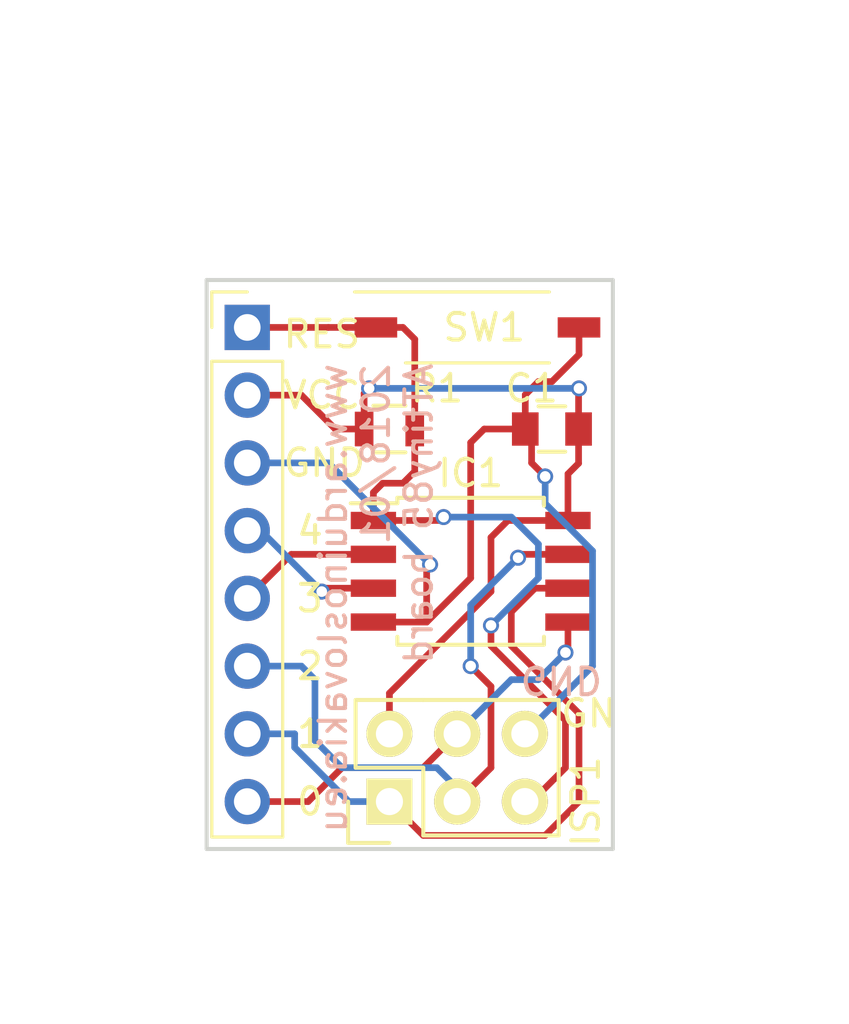
<source format=kicad_pcb>
(kicad_pcb (version 4) (host pcbnew 4.0.6)

  (general
    (links 20)
    (no_connects 0)
    (area 131.750999 97.968999 147.141001 119.455001)
    (thickness 1.6)
    (drawings 17)
    (tracks 113)
    (zones 0)
    (modules 6)
    (nets 9)
  )

  (page A4)
  (layers
    (0 F.Cu signal)
    (31 B.Cu signal)
    (32 B.Adhes user)
    (33 F.Adhes user)
    (34 B.Paste user)
    (35 F.Paste user)
    (36 B.SilkS user)
    (37 F.SilkS user)
    (38 B.Mask user)
    (39 F.Mask user)
    (40 Dwgs.User user)
    (41 Cmts.User user)
    (42 Eco1.User user)
    (43 Eco2.User user)
    (44 Edge.Cuts user)
    (45 Margin user)
    (46 B.CrtYd user)
    (47 F.CrtYd user)
    (48 B.Fab user)
    (49 F.Fab user)
  )

  (setup
    (last_trace_width 0.25)
    (trace_clearance 0.2)
    (zone_clearance 0.508)
    (zone_45_only yes)
    (trace_min 0.2)
    (segment_width 0.2)
    (edge_width 0.15)
    (via_size 0.6)
    (via_drill 0.4)
    (via_min_size 0.4)
    (via_min_drill 0.3)
    (uvia_size 0.3)
    (uvia_drill 0.1)
    (uvias_allowed no)
    (uvia_min_size 0.2)
    (uvia_min_drill 0.1)
    (pcb_text_width 0.3)
    (pcb_text_size 1.5 1.5)
    (mod_edge_width 0.15)
    (mod_text_size 1 1)
    (mod_text_width 0.15)
    (pad_size 1.524 1.524)
    (pad_drill 0.762)
    (pad_to_mask_clearance 0.2)
    (aux_axis_origin 0 0)
    (visible_elements 7FFFFFFF)
    (pcbplotparams
      (layerselection 0x00030_80000001)
      (usegerberextensions false)
      (excludeedgelayer true)
      (linewidth 0.100000)
      (plotframeref false)
      (viasonmask false)
      (mode 1)
      (useauxorigin false)
      (hpglpennumber 1)
      (hpglpenspeed 20)
      (hpglpendiameter 15)
      (hpglpenoverlay 2)
      (psnegative false)
      (psa4output false)
      (plotreference true)
      (plotvalue true)
      (plotinvisibletext false)
      (padsonsilk false)
      (subtractmaskfromsilk false)
      (outputformat 1)
      (mirror false)
      (drillshape 1)
      (scaleselection 1)
      (outputdirectory ""))
  )

  (net 0 "")
  (net 1 VCC)
  (net 2 GND)
  (net 3 "Net-(IC1-Pad1)")
  (net 4 "Net-(IC1-Pad2)")
  (net 5 "Net-(IC1-Pad3)")
  (net 6 "Net-(IC1-Pad5)")
  (net 7 "Net-(IC1-Pad6)")
  (net 8 "Net-(IC1-Pad7)")

  (net_class Default "This is the default net class."
    (clearance 0.2)
    (trace_width 0.25)
    (via_dia 0.6)
    (via_drill 0.4)
    (uvia_dia 0.3)
    (uvia_drill 0.1)
    (add_net GND)
    (add_net "Net-(IC1-Pad1)")
    (add_net "Net-(IC1-Pad2)")
    (add_net "Net-(IC1-Pad3)")
    (add_net "Net-(IC1-Pad5)")
    (add_net "Net-(IC1-Pad6)")
    (add_net "Net-(IC1-Pad7)")
    (add_net VCC)
  )

  (module Resistors_SMD:R_0805 (layer F.Cu) (tedit 5A6ABFB7) (tstamp 57FE8B91)
    (at 138.684 103.632 180)
    (descr "Resistor SMD 0805, reflow soldering, Vishay (see dcrcw.pdf)")
    (tags "resistor 0805")
    (path /57FE8849)
    (attr smd)
    (fp_text reference R1 (at -1.778 1.524 180) (layer F.SilkS)
      (effects (font (size 1 1) (thickness 0.15)))
    )
    (fp_text value 10k (at 0.254 15.24 180) (layer F.Fab)
      (effects (font (size 1 1) (thickness 0.15)))
    )
    (fp_line (start -1.6 -1) (end 1.6 -1) (layer F.CrtYd) (width 0.05))
    (fp_line (start -1.6 1) (end 1.6 1) (layer F.CrtYd) (width 0.05))
    (fp_line (start -1.6 -1) (end -1.6 1) (layer F.CrtYd) (width 0.05))
    (fp_line (start 1.6 -1) (end 1.6 1) (layer F.CrtYd) (width 0.05))
    (fp_line (start 0.6 0.875) (end -0.6 0.875) (layer F.SilkS) (width 0.15))
    (fp_line (start -0.6 -0.875) (end 0.6 -0.875) (layer F.SilkS) (width 0.15))
    (pad 1 smd rect (at -0.95 0 180) (size 0.7 1.3) (layers F.Cu F.Paste F.Mask)
      (net 3 "Net-(IC1-Pad1)"))
    (pad 2 smd rect (at 0.95 0 180) (size 0.7 1.3) (layers F.Cu F.Paste F.Mask)
      (net 1 VCC))
    (model Resistors_SMD.3dshapes/R_0805.wrl
      (at (xyz 0 0 0))
      (scale (xyz 1 1 1))
      (rotate (xyz 0 0 0))
    )
  )

  (module Capacitors_SMD:C_0805 (layer F.Cu) (tedit 5A6A3DF7) (tstamp 57FE8B3D)
    (at 144.78 103.632 180)
    (descr "Capacitor SMD 0805, reflow soldering, AVX (see smccp.pdf)")
    (tags "capacitor 0805")
    (path /57FE87BA)
    (attr smd)
    (fp_text reference C1 (at 0.762 1.524 180) (layer F.SilkS)
      (effects (font (size 1 1) (thickness 0.15)))
    )
    (fp_text value 0.1u (at -2.54 15.24 180) (layer F.Fab)
      (effects (font (size 1 1) (thickness 0.15)))
    )
    (fp_line (start -1 0.625) (end -1 -0.625) (layer F.Fab) (width 0.15))
    (fp_line (start 1 0.625) (end -1 0.625) (layer F.Fab) (width 0.15))
    (fp_line (start 1 -0.625) (end 1 0.625) (layer F.Fab) (width 0.15))
    (fp_line (start -1 -0.625) (end 1 -0.625) (layer F.Fab) (width 0.15))
    (fp_line (start -1.8 -1) (end 1.8 -1) (layer F.CrtYd) (width 0.05))
    (fp_line (start -1.8 1) (end 1.8 1) (layer F.CrtYd) (width 0.05))
    (fp_line (start -1.8 -1) (end -1.8 1) (layer F.CrtYd) (width 0.05))
    (fp_line (start 1.8 -1) (end 1.8 1) (layer F.CrtYd) (width 0.05))
    (fp_line (start 0.5 -0.85) (end -0.5 -0.85) (layer F.SilkS) (width 0.15))
    (fp_line (start -0.5 0.85) (end 0.5 0.85) (layer F.SilkS) (width 0.15))
    (pad 1 smd rect (at -1 0 180) (size 1 1.25) (layers F.Cu F.Paste F.Mask)
      (net 1 VCC))
    (pad 2 smd rect (at 1 0 180) (size 1 1.25) (layers F.Cu F.Paste F.Mask)
      (net 2 GND))
    (model Capacitors_SMD.3dshapes/C_0805.wrl
      (at (xyz 0 0 0))
      (scale (xyz 1 1 1))
      (rotate (xyz 0 0 0))
    )
  )

  (module Housings_SOIC:SOIJ-8_5.3x5.3mm_Pitch1.27mm (layer F.Cu) (tedit 5A6AC00A) (tstamp 57FE8B59)
    (at 141.732 108.966)
    (descr "8-Lead Plastic Small Outline (SM) - Medium, 5.28 mm Body [SOIC] (see Microchip Packaging Specification 00000049BS.pdf)")
    (tags "SOIC 1.27")
    (path /57FE86FF)
    (attr smd)
    (fp_text reference IC1 (at 0 -3.68) (layer F.SilkS)
      (effects (font (size 1 1) (thickness 0.15)))
    )
    (fp_text value ATTINY85-S (at -0.762 -12.446) (layer F.Fab)
      (effects (font (size 1 1) (thickness 0.15)))
    )
    (fp_line (start -1.65 -2.65) (end 2.65 -2.65) (layer F.Fab) (width 0.15))
    (fp_line (start 2.65 -2.65) (end 2.65 2.65) (layer F.Fab) (width 0.15))
    (fp_line (start 2.65 2.65) (end -2.65 2.65) (layer F.Fab) (width 0.15))
    (fp_line (start -2.65 2.65) (end -2.65 -1.65) (layer F.Fab) (width 0.15))
    (fp_line (start -2.65 -1.65) (end -1.65 -2.65) (layer F.Fab) (width 0.15))
    (fp_line (start -4.75 -2.95) (end -4.75 2.95) (layer F.CrtYd) (width 0.05))
    (fp_line (start 4.75 -2.95) (end 4.75 2.95) (layer F.CrtYd) (width 0.05))
    (fp_line (start -4.75 -2.95) (end 4.75 -2.95) (layer F.CrtYd) (width 0.05))
    (fp_line (start -4.75 2.95) (end 4.75 2.95) (layer F.CrtYd) (width 0.05))
    (fp_line (start -2.75 -2.755) (end -2.75 -2.55) (layer F.SilkS) (width 0.15))
    (fp_line (start 2.75 -2.755) (end 2.75 -2.455) (layer F.SilkS) (width 0.15))
    (fp_line (start 2.75 2.755) (end 2.75 2.455) (layer F.SilkS) (width 0.15))
    (fp_line (start -2.75 2.755) (end -2.75 2.455) (layer F.SilkS) (width 0.15))
    (fp_line (start -2.75 -2.755) (end 2.75 -2.755) (layer F.SilkS) (width 0.15))
    (fp_line (start -2.75 2.755) (end 2.75 2.755) (layer F.SilkS) (width 0.15))
    (fp_line (start -2.75 -2.55) (end -4.5 -2.55) (layer F.SilkS) (width 0.15))
    (pad 1 smd rect (at -3.65 -1.905) (size 1.7 0.65) (layers F.Cu F.Paste F.Mask)
      (net 3 "Net-(IC1-Pad1)"))
    (pad 2 smd rect (at -3.65 -0.635) (size 1.7 0.65) (layers F.Cu F.Paste F.Mask)
      (net 4 "Net-(IC1-Pad2)"))
    (pad 3 smd rect (at -3.65 0.635) (size 1.7 0.65) (layers F.Cu F.Paste F.Mask)
      (net 5 "Net-(IC1-Pad3)"))
    (pad 4 smd rect (at -3.65 1.905) (size 1.7 0.65) (layers F.Cu F.Paste F.Mask)
      (net 2 GND))
    (pad 5 smd rect (at 3.65 1.905) (size 1.7 0.65) (layers F.Cu F.Paste F.Mask)
      (net 6 "Net-(IC1-Pad5)"))
    (pad 6 smd rect (at 3.65 0.635) (size 1.7 0.65) (layers F.Cu F.Paste F.Mask)
      (net 7 "Net-(IC1-Pad6)"))
    (pad 7 smd rect (at 3.65 -0.635) (size 1.7 0.65) (layers F.Cu F.Paste F.Mask)
      (net 8 "Net-(IC1-Pad7)"))
    (pad 8 smd rect (at 3.65 -1.905) (size 1.7 0.65) (layers F.Cu F.Paste F.Mask)
      (net 1 VCC))
    (model Housings_SOIC.3dshapes/SOIJ-8_5.3x5.3mm_Pitch1.27mm.wrl
      (at (xyz 0 0 0))
      (scale (xyz 1 1 1))
      (rotate (xyz 0 0 0))
    )
  )

  (module Pin_Headers:Pin_Header_Straight_2x03 (layer F.Cu) (tedit 57FE94F2) (tstamp 57FE8B70)
    (at 138.684 117.602 90)
    (descr "Through hole pin header")
    (tags "pin header")
    (path /57FE891D)
    (fp_text reference ISP1 (at 0 7.366 90) (layer F.SilkS)
      (effects (font (size 1 1) (thickness 0.15)))
    )
    (fp_text value ISP (at -3.81 -0.762 90) (layer F.Fab)
      (effects (font (size 1 1) (thickness 0.15)))
    )
    (fp_line (start -1.27 1.27) (end -1.27 6.35) (layer F.SilkS) (width 0.15))
    (fp_line (start -1.55 -1.55) (end 0 -1.55) (layer F.SilkS) (width 0.15))
    (fp_line (start -1.75 -1.75) (end -1.75 6.85) (layer F.CrtYd) (width 0.05))
    (fp_line (start 4.3 -1.75) (end 4.3 6.85) (layer F.CrtYd) (width 0.05))
    (fp_line (start -1.75 -1.75) (end 4.3 -1.75) (layer F.CrtYd) (width 0.05))
    (fp_line (start -1.75 6.85) (end 4.3 6.85) (layer F.CrtYd) (width 0.05))
    (fp_line (start 1.27 -1.27) (end 1.27 1.27) (layer F.SilkS) (width 0.15))
    (fp_line (start 1.27 1.27) (end -1.27 1.27) (layer F.SilkS) (width 0.15))
    (fp_line (start -1.27 6.35) (end 3.81 6.35) (layer F.SilkS) (width 0.15))
    (fp_line (start 3.81 6.35) (end 3.81 1.27) (layer F.SilkS) (width 0.15))
    (fp_line (start -1.55 -1.55) (end -1.55 0) (layer F.SilkS) (width 0.15))
    (fp_line (start 3.81 -1.27) (end 1.27 -1.27) (layer F.SilkS) (width 0.15))
    (fp_line (start 3.81 1.27) (end 3.81 -1.27) (layer F.SilkS) (width 0.15))
    (pad 1 thru_hole rect (at 0 0 90) (size 1.7272 1.7272) (drill 1.016) (layers *.Cu *.Mask F.SilkS)
      (net 7 "Net-(IC1-Pad6)"))
    (pad 2 thru_hole oval (at 2.54 0 90) (size 1.7272 1.7272) (drill 1.016) (layers *.Cu *.Mask F.SilkS)
      (net 1 VCC))
    (pad 3 thru_hole oval (at 0 2.54 90) (size 1.7272 1.7272) (drill 1.016) (layers *.Cu *.Mask F.SilkS)
      (net 8 "Net-(IC1-Pad7)"))
    (pad 4 thru_hole oval (at 2.54 2.54 90) (size 1.7272 1.7272) (drill 1.016) (layers *.Cu *.Mask F.SilkS)
      (net 6 "Net-(IC1-Pad5)"))
    (pad 5 thru_hole oval (at 0 5.08 90) (size 1.7272 1.7272) (drill 1.016) (layers *.Cu *.Mask F.SilkS)
      (net 3 "Net-(IC1-Pad1)"))
    (pad 6 thru_hole oval (at 2.54 5.08 90) (size 1.7272 1.7272) (drill 1.016) (layers *.Cu *.Mask F.SilkS)
      (net 2 GND))
    (model Pin_Headers.3dshapes/Pin_Header_Straight_2x03.wrl
      (at (xyz 0.05 -0.1 0))
      (scale (xyz 1 1 1))
      (rotate (xyz 0 0 90))
    )
  )

  (module Pin_Headers:Pin_Header_Straight_1x08_Pitch2.54mm (layer F.Cu) (tedit 5A6A3F3D) (tstamp 5A6A3D02)
    (at 133.35 99.822)
    (descr "Through hole straight pin header, 1x08, 2.54mm pitch, single row")
    (tags "Through hole pin header THT 1x08 2.54mm single row")
    (path /5A6A3BBB)
    (fp_text reference J1 (at -1.016 -4.318) (layer F.SilkS) hide
      (effects (font (size 1 1) (thickness 0.15)))
    )
    (fp_text value CONN_01X08 (at -4.318 22.86) (layer F.Fab)
      (effects (font (size 1 1) (thickness 0.15)))
    )
    (fp_line (start -0.635 -1.27) (end 1.27 -1.27) (layer F.Fab) (width 0.1))
    (fp_line (start 1.27 -1.27) (end 1.27 19.05) (layer F.Fab) (width 0.1))
    (fp_line (start 1.27 19.05) (end -1.27 19.05) (layer F.Fab) (width 0.1))
    (fp_line (start -1.27 19.05) (end -1.27 -0.635) (layer F.Fab) (width 0.1))
    (fp_line (start -1.27 -0.635) (end -0.635 -1.27) (layer F.Fab) (width 0.1))
    (fp_line (start -1.33 19.11) (end 1.33 19.11) (layer F.SilkS) (width 0.12))
    (fp_line (start -1.33 1.27) (end -1.33 19.11) (layer F.SilkS) (width 0.12))
    (fp_line (start 1.33 1.27) (end 1.33 19.11) (layer F.SilkS) (width 0.12))
    (fp_line (start -1.33 1.27) (end 1.33 1.27) (layer F.SilkS) (width 0.12))
    (fp_line (start -1.33 0) (end -1.33 -1.33) (layer F.SilkS) (width 0.12))
    (fp_line (start -1.33 -1.33) (end 0 -1.33) (layer F.SilkS) (width 0.12))
    (fp_line (start -1.8 -1.8) (end -1.8 19.55) (layer F.CrtYd) (width 0.05))
    (fp_line (start -1.8 19.55) (end 1.8 19.55) (layer F.CrtYd) (width 0.05))
    (fp_line (start 1.8 19.55) (end 1.8 -1.8) (layer F.CrtYd) (width 0.05))
    (fp_line (start 1.8 -1.8) (end -1.8 -1.8) (layer F.CrtYd) (width 0.05))
    (fp_text user %R (at -2.794 9.144 90) (layer F.Fab)
      (effects (font (size 1 1) (thickness 0.15)))
    )
    (pad 1 thru_hole rect (at 0 0) (size 1.7 1.7) (drill 1) (layers *.Cu *.Mask)
      (net 3 "Net-(IC1-Pad1)"))
    (pad 2 thru_hole oval (at 0 2.54) (size 1.7 1.7) (drill 1) (layers *.Cu *.Mask)
      (net 1 VCC))
    (pad 3 thru_hole oval (at 0 5.08) (size 1.7 1.7) (drill 1) (layers *.Cu *.Mask)
      (net 2 GND))
    (pad 4 thru_hole oval (at 0 7.62) (size 1.7 1.7) (drill 1) (layers *.Cu *.Mask)
      (net 5 "Net-(IC1-Pad3)"))
    (pad 5 thru_hole oval (at 0 10.16) (size 1.7 1.7) (drill 1) (layers *.Cu *.Mask)
      (net 4 "Net-(IC1-Pad2)"))
    (pad 6 thru_hole oval (at 0 12.7) (size 1.7 1.7) (drill 1) (layers *.Cu *.Mask)
      (net 8 "Net-(IC1-Pad7)"))
    (pad 7 thru_hole oval (at 0 15.24) (size 1.7 1.7) (drill 1) (layers *.Cu *.Mask)
      (net 7 "Net-(IC1-Pad6)"))
    (pad 8 thru_hole oval (at 0 17.78) (size 1.7 1.7) (drill 1) (layers *.Cu *.Mask)
      (net 6 "Net-(IC1-Pad5)"))
    (model ${KISYS3DMOD}/Pin_Headers.3dshapes/Pin_Header_Straight_1x08_Pitch2.54mm.wrl
      (at (xyz 0 0 0))
      (scale (xyz 1 1 1))
      (rotate (xyz 0 0 0))
    )
  )

  (module Buttons_Switches_SMD:SW_DIP_x1_W7.62mm_Slide_Copal_CHS-B (layer F.Cu) (tedit 5A6A45D5) (tstamp 5A6A4576)
    (at 141.986 99.822)
    (descr "1x-dip-switch, Slide, row spacing 7.62 mm (300 mils), Copal_CHS-B")
    (tags "DIP Switch Slide 7.62mm 300mil Copal_CHS-B")
    (path /5A6A4274)
    (attr smd)
    (fp_text reference SW1 (at 0.254 0) (layer F.SilkS)
      (effects (font (size 1 1) (thickness 0.15)))
    )
    (fp_text value SW_Push (at 8.636 -3.302) (layer F.Fab)
      (effects (font (size 1 1) (thickness 0.15)))
    )
    (fp_line (start -1.7 -1.27) (end 2.7 -1.27) (layer F.Fab) (width 0.1))
    (fp_line (start 2.7 -1.27) (end 2.7 1.27) (layer F.Fab) (width 0.1))
    (fp_line (start 2.7 1.27) (end -2.7 1.27) (layer F.Fab) (width 0.1))
    (fp_line (start -2.7 1.27) (end -2.7 -0.27) (layer F.Fab) (width 0.1))
    (fp_line (start -2.7 -0.27) (end -1.7 -1.27) (layer F.Fab) (width 0.1))
    (fp_line (start -1.5 -0.25) (end -1.5 0.25) (layer F.Fab) (width 0.1))
    (fp_line (start -1.5 0.25) (end 1.5 0.25) (layer F.Fab) (width 0.1))
    (fp_line (start 1.5 0.25) (end 1.5 -0.25) (layer F.Fab) (width 0.1))
    (fp_line (start 1.5 -0.25) (end -1.5 -0.25) (layer F.Fab) (width 0.1))
    (fp_line (start 0 -0.25) (end 0 0.25) (layer F.Fab) (width 0.1))
    (fp_line (start -4.61 -1.33) (end 2.7 -1.33) (layer F.SilkS) (width 0.12))
    (fp_line (start -2.7 1.33) (end 2.7 1.33) (layer F.SilkS) (width 0.12))
    (fp_line (start -4.9 -1.6) (end -4.9 1.6) (layer F.CrtYd) (width 0.05))
    (fp_line (start -4.9 1.6) (end 4.9 1.6) (layer F.CrtYd) (width 0.05))
    (fp_line (start 4.9 1.6) (end 4.9 -1.6) (layer F.CrtYd) (width 0.05))
    (fp_line (start 4.9 -1.6) (end -4.9 -1.6) (layer F.CrtYd) (width 0.05))
    (fp_text user %R (at 2.1 0 90) (layer F.Fab)
      (effects (font (size 0.6 0.6) (thickness 0.15)))
    )
    (pad 1 smd rect (at -3.81 0) (size 1.6 0.76) (layers F.Cu F.Paste F.Mask)
      (net 3 "Net-(IC1-Pad1)"))
    (pad 2 smd rect (at 3.81 0) (size 1.6 0.76) (layers F.Cu F.Paste F.Mask)
      (net 2 GND))
    (model ${KISYS3DMOD}/Buttons_Switches_SMD.3dshapes/SW_DIP_x1_W7.62mm_Slide_Copal_CHS-B.wrl
      (at (xyz 0 0 0))
      (scale (xyz 1 1 1))
      (rotate (xyz 0 0 0))
    )
  )

  (dimension 21.336 (width 0.3) (layer Dwgs.User)
    (gr_text "21,336 mm" (at 153.242 108.712 90) (layer Dwgs.User)
      (effects (font (size 1.5 1.5) (thickness 0.3)))
    )
    (feature1 (pts (xy 147.828 98.044) (xy 154.592 98.044)))
    (feature2 (pts (xy 147.828 119.38) (xy 154.592 119.38)))
    (crossbar (pts (xy 151.892 119.38) (xy 151.892 98.044)))
    (arrow1a (pts (xy 151.892 98.044) (xy 152.478421 99.170504)))
    (arrow1b (pts (xy 151.892 98.044) (xy 151.305579 99.170504)))
    (arrow2a (pts (xy 151.892 119.38) (xy 152.478421 118.253496)))
    (arrow2b (pts (xy 151.892 119.38) (xy 151.305579 118.253496)))
  )
  (gr_text RES (at 134.62 100.076) (layer F.SilkS)
    (effects (font (size 1 1) (thickness 0.15)) (justify left))
  )
  (gr_text GN (at 145.034 114.3) (layer F.SilkS)
    (effects (font (size 1 1) (thickness 0.15)) (justify left))
  )
  (gr_text GND (at 143.51 113.03 180) (layer B.SilkS)
    (effects (font (size 1 1) (thickness 0.15)) (justify left mirror))
  )
  (gr_text "www.arduinoslovakia.eu\n2018/01\nATtiny85 board" (at 138.176 101.092 90) (layer B.SilkS)
    (effects (font (size 1 1) (thickness 0.15)) (justify left mirror))
  )
  (dimension 15.24 (width 0.3) (layer Dwgs.User)
    (gr_text "15,240 mm" (at 139.446 126.572) (layer Dwgs.User)
      (effects (font (size 1.5 1.5) (thickness 0.3)))
    )
    (feature1 (pts (xy 147.066 120.396) (xy 147.066 127.922)))
    (feature2 (pts (xy 131.826 120.396) (xy 131.826 127.922)))
    (crossbar (pts (xy 131.826 125.222) (xy 147.066 125.222)))
    (arrow1a (pts (xy 147.066 125.222) (xy 145.939496 125.808421)))
    (arrow1b (pts (xy 147.066 125.222) (xy 145.939496 124.635579)))
    (arrow2a (pts (xy 131.826 125.222) (xy 132.952504 125.808421)))
    (arrow2b (pts (xy 131.826 125.222) (xy 132.952504 124.635579)))
  )
  (gr_text 4 (at 135.128 107.442) (layer F.SilkS)
    (effects (font (size 1 1) (thickness 0.15)) (justify left))
  )
  (gr_text 3 (at 135.128 109.982) (layer F.SilkS)
    (effects (font (size 1 1) (thickness 0.15)) (justify left))
  )
  (gr_text 2 (at 135.128 112.522) (layer F.SilkS)
    (effects (font (size 1 1) (thickness 0.15)) (justify left))
  )
  (gr_text 1 (at 135.128 115.062) (layer F.SilkS)
    (effects (font (size 1 1) (thickness 0.15)) (justify left))
  )
  (gr_text 0 (at 135.128 117.602) (layer F.SilkS)
    (effects (font (size 1 1) (thickness 0.15)) (justify left))
  )
  (gr_text GND (at 134.62 104.902) (layer F.SilkS)
    (effects (font (size 1 1) (thickness 0.15)) (justify left))
  )
  (gr_text VCC (at 134.62 102.362) (layer F.SilkS)
    (effects (font (size 1 1) (thickness 0.15)) (justify left))
  )
  (gr_line (start 147.066 98.044) (end 131.826 98.044) (angle 90) (layer Edge.Cuts) (width 0.15))
  (gr_line (start 147.066 119.38) (end 147.066 98.044) (angle 90) (layer Edge.Cuts) (width 0.15))
  (gr_line (start 131.826 119.38) (end 147.066 119.38) (angle 90) (layer Edge.Cuts) (width 0.15))
  (gr_line (start 131.826 98.044) (end 131.826 119.38) (angle 90) (layer Edge.Cuts) (width 0.15))

  (segment (start 145.382 107.061) (end 143.129 107.061) (width 0.25) (layer F.Cu) (net 1))
  (segment (start 138.684 113.538) (end 138.684 115.062) (width 0.25) (layer F.Cu) (net 1) (tstamp 5A6ABC25))
  (segment (start 142.494 109.728) (end 138.684 113.538) (width 0.25) (layer F.Cu) (net 1) (tstamp 5A6ABC1C))
  (segment (start 142.494 107.696) (end 142.494 109.728) (width 0.25) (layer F.Cu) (net 1) (tstamp 5A6ABC14))
  (segment (start 143.129 107.061) (end 142.494 107.696) (width 0.25) (layer F.Cu) (net 1) (tstamp 5A6ABC0D))
  (segment (start 145.78 103.632) (end 145.78 102.124) (width 0.25) (layer F.Cu) (net 1))
  (segment (start 137.734 102.296) (end 137.734 103.632) (width 0.25) (layer F.Cu) (net 1) (tstamp 5A6ABBF0))
  (segment (start 137.922 102.108) (end 137.734 102.296) (width 0.25) (layer F.Cu) (net 1) (tstamp 5A6ABBEF))
  (via (at 137.922 102.108) (size 0.6) (drill 0.4) (layers F.Cu B.Cu) (net 1))
  (segment (start 145.796 102.108) (end 137.922 102.108) (width 0.25) (layer B.Cu) (net 1) (tstamp 5A6ABBE9))
  (via (at 145.796 102.108) (size 0.6) (drill 0.4) (layers F.Cu B.Cu) (net 1))
  (segment (start 145.78 102.124) (end 145.796 102.108) (width 0.25) (layer F.Cu) (net 1) (tstamp 5A6ABBE1))
  (segment (start 133.35 102.362) (end 135.382 102.362) (width 0.25) (layer F.Cu) (net 1))
  (segment (start 135.382 102.362) (end 136.652 103.632) (width 0.25) (layer F.Cu) (net 1) (tstamp 5A6AB9FE))
  (segment (start 136.652 103.632) (end 137.734 103.632) (width 0.25) (layer F.Cu) (net 1) (tstamp 5A6ABA02))
  (segment (start 145.382 107.061) (end 145.382 105.316) (width 0.25) (layer F.Cu) (net 1))
  (segment (start 145.78 104.918) (end 145.78 103.632) (width 0.25) (layer F.Cu) (net 1) (tstamp 5A6AB9D1))
  (segment (start 145.382 105.316) (end 145.78 104.918) (width 0.25) (layer F.Cu) (net 1) (tstamp 5A6AB9CE))
  (segment (start 138.684 115.062) (end 138.684 114.3) (width 0.25) (layer F.Cu) (net 1))
  (segment (start 133.35 104.902) (end 136.398 104.902) (width 0.25) (layer B.Cu) (net 2))
  (segment (start 140.081 108.839) (end 140.081 110.871) (width 0.25) (layer F.Cu) (net 2) (tstamp 5A6ABEBB))
  (segment (start 140.208 108.712) (end 140.081 108.839) (width 0.25) (layer F.Cu) (net 2) (tstamp 5A6ABEBA))
  (via (at 140.208 108.712) (size 0.6) (drill 0.4) (layers F.Cu B.Cu) (net 2))
  (segment (start 136.398 104.902) (end 140.208 108.712) (width 0.25) (layer B.Cu) (net 2) (tstamp 5A6ABEAD))
  (segment (start 143.764 115.062) (end 146.304 112.522) (width 0.25) (layer B.Cu) (net 2))
  (segment (start 144.018 104.902) (end 144.018 103.87) (width 0.25) (layer F.Cu) (net 2) (tstamp 5A6ABE7B))
  (segment (start 144.526 105.41) (end 144.018 104.902) (width 0.25) (layer F.Cu) (net 2) (tstamp 5A6ABE7A))
  (via (at 144.526 105.41) (size 0.6) (drill 0.4) (layers F.Cu B.Cu) (net 2))
  (segment (start 144.526 106.426) (end 144.526 105.41) (width 0.25) (layer B.Cu) (net 2) (tstamp 5A6ABE6D))
  (segment (start 146.304 108.204) (end 144.526 106.426) (width 0.25) (layer B.Cu) (net 2) (tstamp 5A6ABE67))
  (segment (start 146.304 112.522) (end 146.304 108.204) (width 0.25) (layer B.Cu) (net 2) (tstamp 5A6ABE62))
  (segment (start 144.018 103.87) (end 143.78 103.632) (width 0.25) (layer F.Cu) (net 2) (tstamp 5A6ABE83))
  (segment (start 138.082 110.871) (end 140.081 110.871) (width 0.25) (layer F.Cu) (net 2))
  (segment (start 142.24 103.632) (end 143.78 103.632) (width 0.25) (layer F.Cu) (net 2) (tstamp 5A6ABBAD))
  (segment (start 141.732 104.14) (end 142.24 103.632) (width 0.25) (layer F.Cu) (net 2) (tstamp 5A6ABBAA))
  (segment (start 141.732 109.22) (end 141.732 104.14) (width 0.25) (layer F.Cu) (net 2) (tstamp 5A6ABBA0))
  (segment (start 140.081 110.871) (end 141.732 109.22) (width 0.25) (layer F.Cu) (net 2) (tstamp 5A6ABB98))
  (segment (start 145.796 99.822) (end 145.796 100.838) (width 0.25) (layer F.Cu) (net 2))
  (segment (start 143.78 102.346) (end 143.78 103.632) (width 0.25) (layer F.Cu) (net 2) (tstamp 5A6ABB81))
  (segment (start 144.272 101.854) (end 143.78 102.346) (width 0.25) (layer F.Cu) (net 2) (tstamp 5A6ABB7E))
  (segment (start 144.78 101.854) (end 144.272 101.854) (width 0.25) (layer F.Cu) (net 2) (tstamp 5A6ABB7B))
  (segment (start 145.796 100.838) (end 144.78 101.854) (width 0.25) (layer F.Cu) (net 2) (tstamp 5A6ABB78))
  (segment (start 143.764 117.602) (end 144.018 117.602) (width 0.25) (layer F.Cu) (net 3))
  (segment (start 144.018 117.602) (end 145.288 116.332) (width 0.25) (layer F.Cu) (net 3) (tstamp 5A6ABDF0))
  (segment (start 145.288 116.332) (end 145.288 114.554) (width 0.25) (layer F.Cu) (net 3) (tstamp 5A6ABDF3))
  (segment (start 145.288 114.554) (end 142.494 111.76) (width 0.25) (layer F.Cu) (net 3) (tstamp 5A6ABDF6))
  (segment (start 142.494 111.76) (end 142.494 110.998) (width 0.25) (layer F.Cu) (net 3) (tstamp 5A6ABDFD))
  (via (at 142.494 110.998) (size 0.6) (drill 0.4) (layers F.Cu B.Cu) (net 3))
  (segment (start 142.494 110.998) (end 144.272 109.22) (width 0.25) (layer B.Cu) (net 3) (tstamp 5A6ABE02))
  (segment (start 144.272 109.22) (end 144.272 107.95) (width 0.25) (layer B.Cu) (net 3) (tstamp 5A6ABE03))
  (segment (start 144.272 107.95) (end 143.256 106.934) (width 0.25) (layer B.Cu) (net 3) (tstamp 5A6ABE0A))
  (segment (start 143.256 106.934) (end 140.716 106.934) (width 0.25) (layer B.Cu) (net 3) (tstamp 5A6ABE0F))
  (via (at 140.716 106.934) (size 0.6) (drill 0.4) (layers F.Cu B.Cu) (net 3))
  (segment (start 140.716 106.934) (end 140.589 107.061) (width 0.25) (layer F.Cu) (net 3) (tstamp 5A6ABE2A))
  (segment (start 140.589 107.061) (end 138.082 107.061) (width 0.25) (layer F.Cu) (net 3) (tstamp 5A6ABE2B))
  (segment (start 138.082 107.061) (end 138.082 106.012) (width 0.25) (layer F.Cu) (net 3))
  (segment (start 139.634 105.222) (end 139.634 103.632) (width 0.25) (layer F.Cu) (net 3) (tstamp 5A6ABB43))
  (segment (start 139.192 105.664) (end 139.634 105.222) (width 0.25) (layer F.Cu) (net 3) (tstamp 5A6ABB3F))
  (segment (start 138.43 105.664) (end 139.192 105.664) (width 0.25) (layer F.Cu) (net 3) (tstamp 5A6ABB3D))
  (segment (start 138.082 106.012) (end 138.43 105.664) (width 0.25) (layer F.Cu) (net 3) (tstamp 5A6ABB3A))
  (segment (start 138.176 99.822) (end 139.192 99.822) (width 0.25) (layer F.Cu) (net 3))
  (segment (start 139.634 100.264) (end 139.634 103.632) (width 0.25) (layer F.Cu) (net 3) (tstamp 5A6ABA97))
  (segment (start 139.192 99.822) (end 139.634 100.264) (width 0.25) (layer F.Cu) (net 3) (tstamp 5A6ABA8E))
  (segment (start 136.398 99.822) (end 138.176 99.822) (width 0.25) (layer F.Cu) (net 3))
  (segment (start 136.398 99.822) (end 133.35 99.822) (width 0.25) (layer F.Cu) (net 3) (tstamp 5A6A3FB7))
  (segment (start 138.082 108.331) (end 135.001 108.331) (width 0.25) (layer F.Cu) (net 4))
  (segment (start 135.001 108.331) (end 133.35 109.982) (width 0.25) (layer F.Cu) (net 4) (tstamp 5A6ABC50))
  (segment (start 138.082 109.601) (end 136.271 109.601) (width 0.25) (layer F.Cu) (net 5))
  (segment (start 136.144 109.728) (end 133.858 107.442) (width 0.25) (layer B.Cu) (net 5) (tstamp 5A6ABC64))
  (via (at 136.144 109.728) (size 0.6) (drill 0.4) (layers F.Cu B.Cu) (net 5))
  (segment (start 136.271 109.601) (end 136.144 109.728) (width 0.25) (layer F.Cu) (net 5) (tstamp 5A6ABC59))
  (segment (start 133.858 107.442) (end 133.35 107.442) (width 0.25) (layer B.Cu) (net 5) (tstamp 5A6ABC65))
  (segment (start 133.731 107.061) (end 133.35 107.442) (width 0.25) (layer F.Cu) (net 5) (tstamp 57FE8F34))
  (segment (start 145.382 110.871) (end 145.382 111.92) (width 0.25) (layer F.Cu) (net 6))
  (segment (start 143.256 113.03) (end 141.224 115.062) (width 0.25) (layer B.Cu) (net 6) (tstamp 5A6ABC9F))
  (segment (start 144.272 113.03) (end 143.256 113.03) (width 0.25) (layer B.Cu) (net 6) (tstamp 5A6ABC98))
  (segment (start 145.288 112.014) (end 144.272 113.03) (width 0.25) (layer B.Cu) (net 6) (tstamp 5A6ABC97))
  (via (at 145.288 112.014) (size 0.6) (drill 0.4) (layers F.Cu B.Cu) (net 6))
  (segment (start 145.382 111.92) (end 145.288 112.014) (width 0.25) (layer F.Cu) (net 6) (tstamp 5A6ABC92))
  (segment (start 141.224 115.062) (end 141.478 115.062) (width 0.25) (layer B.Cu) (net 6))
  (segment (start 133.35 117.602) (end 135.636 117.602) (width 0.25) (layer F.Cu) (net 6))
  (segment (start 139.954 116.332) (end 141.224 115.062) (width 0.25) (layer F.Cu) (net 6) (tstamp 57FE9002))
  (segment (start 136.906 116.332) (end 139.954 116.332) (width 0.25) (layer F.Cu) (net 6) (tstamp 57FE9000))
  (segment (start 135.636 117.602) (end 136.906 116.332) (width 0.25) (layer F.Cu) (net 6) (tstamp 57FE8FFB))
  (segment (start 145.382 109.601) (end 144.145 109.601) (width 0.25) (layer F.Cu) (net 7))
  (segment (start 139.954 118.872) (end 138.684 117.602) (width 0.25) (layer F.Cu) (net 7) (tstamp 5A6ABD63))
  (segment (start 144.526 118.872) (end 139.954 118.872) (width 0.25) (layer F.Cu) (net 7) (tstamp 5A6ABD5F))
  (segment (start 145.796 117.602) (end 144.526 118.872) (width 0.25) (layer F.Cu) (net 7) (tstamp 5A6ABD4F))
  (segment (start 145.796 114.3) (end 145.796 117.602) (width 0.25) (layer F.Cu) (net 7) (tstamp 5A6ABD4C))
  (segment (start 143.256 111.76) (end 145.796 114.3) (width 0.25) (layer F.Cu) (net 7) (tstamp 5A6ABD44))
  (segment (start 143.256 110.49) (end 143.256 111.76) (width 0.25) (layer F.Cu) (net 7) (tstamp 5A6ABD41))
  (segment (start 144.145 109.601) (end 143.256 110.49) (width 0.25) (layer F.Cu) (net 7) (tstamp 5A6ABD3B))
  (segment (start 133.35 115.062) (end 135.128 115.062) (width 0.25) (layer B.Cu) (net 7))
  (segment (start 137.16 117.602) (end 138.684 117.602) (width 0.25) (layer B.Cu) (net 7) (tstamp 57FE8FEC))
  (segment (start 135.128 115.57) (end 137.16 117.602) (width 0.25) (layer B.Cu) (net 7) (tstamp 57FE8FE5))
  (segment (start 135.128 115.062) (end 135.128 115.57) (width 0.25) (layer B.Cu) (net 7) (tstamp 57FE8FE2))
  (segment (start 145.382 108.331) (end 143.637 108.331) (width 0.25) (layer F.Cu) (net 8))
  (segment (start 142.494 116.332) (end 141.224 117.602) (width 0.25) (layer F.Cu) (net 8) (tstamp 5A6ABD03))
  (segment (start 142.494 113.284) (end 142.494 116.332) (width 0.25) (layer F.Cu) (net 8) (tstamp 5A6ABD00))
  (segment (start 141.732 112.522) (end 142.494 113.284) (width 0.25) (layer F.Cu) (net 8) (tstamp 5A6ABCFF))
  (via (at 141.732 112.522) (size 0.6) (drill 0.4) (layers F.Cu B.Cu) (net 8))
  (segment (start 141.732 110.236) (end 141.732 112.522) (width 0.25) (layer B.Cu) (net 8) (tstamp 5A6ABCE9))
  (segment (start 143.51 108.458) (end 141.732 110.236) (width 0.25) (layer B.Cu) (net 8) (tstamp 5A6ABCE8))
  (via (at 143.51 108.458) (size 0.6) (drill 0.4) (layers F.Cu B.Cu) (net 8))
  (segment (start 143.637 108.331) (end 143.51 108.458) (width 0.25) (layer F.Cu) (net 8) (tstamp 5A6ABCE0))
  (segment (start 141.224 117.602) (end 141.224 117.094) (width 0.25) (layer B.Cu) (net 8))
  (segment (start 141.224 117.094) (end 140.462 116.332) (width 0.25) (layer B.Cu) (net 8) (tstamp 57FE8FAA))
  (segment (start 140.462 116.332) (end 139.954 116.332) (width 0.25) (layer B.Cu) (net 8) (tstamp 57FE8FAD))
  (segment (start 139.954 116.332) (end 136.906 116.332) (width 0.25) (layer B.Cu) (net 8) (tstamp 57FE9030))
  (segment (start 136.906 116.332) (end 135.89 115.316) (width 0.25) (layer B.Cu) (net 8) (tstamp 57FE8FB8))
  (segment (start 135.89 115.316) (end 135.89 113.03) (width 0.25) (layer B.Cu) (net 8) (tstamp 57FE8FC3))
  (segment (start 135.89 113.03) (end 135.382 112.522) (width 0.25) (layer B.Cu) (net 8) (tstamp 57FE8FC8))
  (segment (start 135.382 112.522) (end 133.35 112.522) (width 0.25) (layer B.Cu) (net 8) (tstamp 57FE8FCF))

)

</source>
